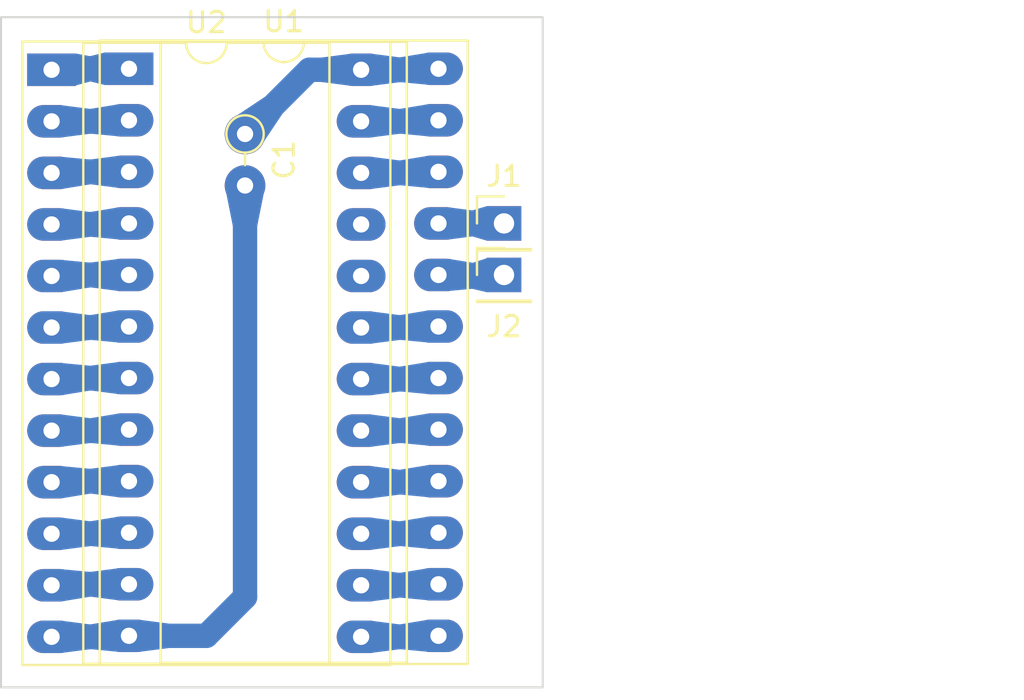
<source format=kicad_pcb>
(kicad_pcb (version 20240108) (generator "pcbnew") (generator_version "8.0")
  (layers (0 "F.Cu" jumper) (31 "B.Cu" signal) (34 "B.Paste" user) (35 "F.Paste" user) (36 "B.SilkS" user "B.Silkscreen") (37 "F.SilkS" user "F.Silkscreen") (38 "B.Mask" user) (39 "F.Mask" user) (44 "Edge.Cuts" user))
  (net 0 "")
  (net 1 "Net-(U1-A7)")
  (net 2 "Net-(U1-A6)")
  (net 3 "Net-(U1-A5)")
  (net 4 "Net-(U1-A4)")
  (net 5 "Net-(U1-A3)")
  (net 6 "Net-(U1-A2)")
  (net 7 "Net-(U1-A1)")
  (net 8 "Net-(U1-A0)")
  (net 9 "Net-(U1-A10)")
  (net 10 "Net-(U1-A9)")
  (net 11 "Net-(U1-A8)")
  (net 12 "VCC")
  (net 13 "GND")
  (net 15 "Net-(U1-A11)")
  (net 16 "Net-(U1-~{G})")
  (net 17 "Net-(U1-Q1)")
  (net 18 "Net-(U1-Q2)")
  (net 19 "Net-(U1-Q5)")
  (net 20 "Net-(U1-Q7)")
  (net 21 "Net-(U1-~{E})")
  (net 22 "Net-(U1-Q0)")
  (net 23 "Net-(U1-Q3)")
  (net 24 "Net-(U1-Q6)")
  (net 26 "Net-(U1-Q4)")
  (footprint "Package_DIP:DIP-24_W15.24mm_Socket_LongPads" (layer "F.Cu") (at 113.98 48.52)
    (property "Reference" "U1" (at 7.62 -2.33 0) (layer "F.SilkS"))
    (property "Value" "2732")
    (fp_line (start -1.44 -1.39) (end -1.44 29.33) (stroke (width 0.12)) (layer "F.SilkS"))
    (fp_line (start -1.44 29.33) (end 16.68 29.33) (stroke (width 0.12)) (layer "F.SilkS"))
    (fp_line (start 1.56 -1.33) (end 1.56 29.27) (stroke (width 0.12)) (layer "F.SilkS"))
    (fp_line (start 1.56 29.27) (end 13.68 29.27) (stroke (width 0.12)) (layer "F.SilkS"))
    (fp_line (start 6.62 -1.33) (end 1.56 -1.33) (stroke (width 0.12)) (layer "F.SilkS"))
    (fp_line (start 13.68 -1.33) (end 8.62 -1.33) (stroke (width 0.12)) (layer "F.SilkS"))
    (fp_line (start 13.68 29.27) (end 13.68 -1.33) (stroke (width 0.12)) (layer "F.SilkS"))
    (fp_line (start 16.68 -1.39) (end -1.44 -1.39) (stroke (width 0.12)) (layer "F.SilkS"))
    (fp_line (start 16.68 29.33) (end 16.68 -1.39) (stroke (width 0.12)) (layer "F.SilkS"))
    (fp_arc (start 8.62 -1.33) (mid 7.62 -0.33) (end 6.62 -1.33) (stroke (width 0.12)) (layer "F.SilkS"))
    (pad "1" thru_hole rect (at 0 0) (size 2.4 1.6) (drill 0.8) (layers "*.Cu" "*.Mask") (net 1 "Net-(U1-A7)"))
    (pad "2" thru_hole oval (at 0 2.54) (size 2.4 1.6) (drill 0.8) (layers "*.Cu" "*.Mask") (net 2 "Net-(U1-A6)"))
    (pad "3" thru_hole oval (at 0 5.08) (size 2.4 1.6) (drill 0.8) (layers "*.Cu" "*.Mask") (net 3 "Net-(U1-A5)"))
    (pad "4" thru_hole oval (at 0 7.62) (size 2.4 1.6) (drill 0.8) (layers "*.Cu" "*.Mask") (net 4 "Net-(U1-A4)"))
    (pad "5" thru_hole oval (at 0 10.16) (size 2.4 1.6) (drill 0.8) (layers "*.Cu" "*.Mask") (net 5 "Net-(U1-A3)"))
    (pad "6" thru_hole oval (at 0 12.7) (size 2.4 1.6) (drill 0.8) (layers "*.Cu" "*.Mask") (net 6 "Net-(U1-A2)"))
    (pad "7" thru_hole oval (at 0 15.24) (size 2.4 1.6) (drill 0.8) (layers "*.Cu" "*.Mask") (net 7 "Net-(U1-A1)"))
    (pad "8" thru_hole oval (at 0 17.78) (size 2.4 1.6) (drill 0.8) (layers "*.Cu" "*.Mask") (net 8 "Net-(U1-A0)"))
    (pad "9" thru_hole oval (at 0 20.32) (size 2.4 1.6) (drill 0.8) (layers "*.Cu" "*.Mask") (net 22 "Net-(U1-Q0)"))
    (pad "10" thru_hole oval (at 0 22.86) (size 2.4 1.6) (drill 0.8) (layers "*.Cu" "*.Mask") (net 17 "Net-(U1-Q1)"))
    (pad "11" thru_hole oval (at 0 25.4) (size 2.4 1.6) (drill 0.8) (layers "*.Cu" "*.Mask") (net 18 "Net-(U1-Q2)"))
    (pad "12" thru_hole oval (at 0 27.94) (size 2.4 1.6) (drill 0.8) (layers "*.Cu" "*.Mask") (net 13 "GND"))
    (pad "13" thru_hole oval (at 15.24 27.94) (size 2.4 1.6) (drill 0.8) (layers "*.Cu" "*.Mask") (net 23 "Net-(U1-Q3)"))
    (pad "14" thru_hole oval (at 15.24 25.4) (size 2.4 1.6) (drill 0.8) (layers "*.Cu" "*.Mask") (net 26 "Net-(U1-Q4)"))
    (pad "15" thru_hole oval (at 15.24 22.86) (size 2.4 1.6) (drill 0.8) (layers "*.Cu" "*.Mask") (net 19 "Net-(U1-Q5)"))
    (pad "16" thru_hole oval (at 15.24 20.32) (size 2.4 1.6) (drill 0.8) (layers "*.Cu" "*.Mask") (net 24 "Net-(U1-Q6)"))
    (pad "17" thru_hole oval (at 15.24 17.78) (size 2.4 1.6) (drill 0.8) (layers "*.Cu" "*.Mask") (net 20 "Net-(U1-Q7)"))
    (pad "18" thru_hole oval (at 15.24 15.24) (size 2.4 1.6) (drill 0.8) (layers "*.Cu" "*.Mask") (net 21 "Net-(U1-~{E})"))
    (pad "19" thru_hole oval (at 15.24 12.7) (size 2.4 1.6) (drill 0.8) (layers "*.Cu" "*.Mask") (net 9 "Net-(U1-A10)"))
    (pad "20" thru_hole oval (at 15.24 10.16) (size 2.4 1.6) (drill 0.8) (layers "*.Cu" "*.Mask") (net 16 "Net-(U1-~{G})"))
    (pad "21" thru_hole oval (at 15.24 7.62) (size 2.4 1.6) (drill 0.8) (layers "*.Cu" "*.Mask") (net 15 "Net-(U1-A11)"))
    (pad "22" thru_hole oval (at 15.24 5.08) (size 2.4 1.6) (drill 0.8) (layers "*.Cu" "*.Mask") (net 10 "Net-(U1-A9)"))
    (pad "23" thru_hole oval (at 15.24 2.54) (size 2.4 1.6) (drill 0.8) (layers "*.Cu" "*.Mask") (net 11 "Net-(U1-A8)"))
    (pad "24" thru_hole oval (at 15.24 0) (size 2.4 1.6) (drill 0.8) (layers "*.Cu" "*.Mask") (net 12 "VCC"))
  )
  (footprint "Package_DIP:DIP-24_W15.24mm_Socket_LongPads" (layer "F.Cu") (at 110.17 48.57)
    (property "Reference" "U2" (at 7.62 -2.33 0) (layer "F.SilkS"))
    (property "Value" "CG_ROM_SOCKET")
    (fp_line (start -1.44 -1.39) (end -1.44 29.33) (stroke (width 0.12)) (layer "F.SilkS"))
    (fp_line (start -1.44 29.33) (end 16.68 29.33) (stroke (width 0.12)) (layer "F.SilkS"))
    (fp_line (start 1.56 -1.33) (end 1.56 29.27) (stroke (width 0.12)) (layer "F.SilkS"))
    (fp_line (start 1.56 29.27) (end 13.68 29.27) (stroke (width 0.12)) (layer "F.SilkS"))
    (fp_line (start 6.62 -1.33) (end 1.56 -1.33) (stroke (width 0.12)) (layer "F.SilkS"))
    (fp_line (start 13.68 -1.33) (end 8.62 -1.33) (stroke (width 0.12)) (layer "F.SilkS"))
    (fp_line (start 13.68 29.27) (end 13.68 -1.33) (stroke (width 0.12)) (layer "F.SilkS"))
    (fp_line (start 16.68 -1.39) (end -1.44 -1.39) (stroke (width 0.12)) (layer "F.SilkS"))
    (fp_line (start 16.68 29.33) (end 16.68 -1.39) (stroke (width 0.12)) (layer "F.SilkS"))
    (fp_arc (start 8.62 -1.33) (mid 7.62 -0.33) (end 6.62 -1.33) (stroke (width 0.12)) (layer "F.SilkS"))
    (pad "1" thru_hole rect (at 0 0) (size 2.4 1.6) (drill 0.8) (layers "*.Cu" "*.Mask") (net 1 "Net-(U1-A7)"))
    (pad "2" thru_hole oval (at 0 2.54) (size 2.4 1.6) (drill 0.8) (layers "*.Cu" "*.Mask") (net 2 "Net-(U1-A6)"))
    (pad "3" thru_hole oval (at 0 5.08) (size 2.4 1.6) (drill 0.8) (layers "*.Cu" "*.Mask") (net 3 "Net-(U1-A5)"))
    (pad "4" thru_hole oval (at 0 7.62) (size 2.4 1.6) (drill 0.8) (layers "*.Cu" "*.Mask") (net 4 "Net-(U1-A4)"))
    (pad "5" thru_hole oval (at 0 10.16) (size 2.4 1.6) (drill 0.8) (layers "*.Cu" "*.Mask") (net 5 "Net-(U1-A3)"))
    (pad "6" thru_hole oval (at 0 12.7) (size 2.4 1.6) (drill 0.8) (layers "*.Cu" "*.Mask") (net 6 "Net-(U1-A2)"))
    (pad "7" thru_hole oval (at 0 15.24) (size 2.4 1.6) (drill 0.8) (layers "*.Cu" "*.Mask") (net 7 "Net-(U1-A1)"))
    (pad "8" thru_hole oval (at 0 17.78) (size 2.4 1.6) (drill 0.8) (layers "*.Cu" "*.Mask") (net 8 "Net-(U1-A0)"))
    (pad "9" thru_hole oval (at 0 20.32) (size 2.4 1.6) (drill 0.8) (layers "*.Cu" "*.Mask") (net 22 "Net-(U1-Q0)"))
    (pad "10" thru_hole oval (at 0 22.86) (size 2.4 1.6) (drill 0.8) (layers "*.Cu" "*.Mask") (net 17 "Net-(U1-Q1)"))
    (pad "11" thru_hole oval (at 0 25.4) (size 2.4 1.6) (drill 0.8) (layers "*.Cu" "*.Mask") (net 18 "Net-(U1-Q2)"))
    (pad "12" thru_hole oval (at 0 27.94) (size 2.4 1.6) (drill 0.8) (layers "*.Cu" "*.Mask") (net 13 "GND"))
    (pad "13" thru_hole oval (at 15.24 27.94) (size 2.4 1.6) (drill 0.8) (layers "*.Cu" "*.Mask") (net 23 "Net-(U1-Q3)"))
    (pad "14" thru_hole oval (at 15.24 25.4) (size 2.4 1.6) (drill 0.8) (layers "*.Cu" "*.Mask") (net 26 "Net-(U1-Q4)"))
    (pad "15" thru_hole oval (at 15.24 22.86) (size 2.4 1.6) (drill 0.8) (layers "*.Cu" "*.Mask") (net 19 "Net-(U1-Q5)"))
    (pad "16" thru_hole oval (at 15.24 20.32) (size 2.4 1.6) (drill 0.8) (layers "*.Cu" "*.Mask") (net 24 "Net-(U1-Q6)"))
    (pad "17" thru_hole oval (at 15.24 17.78) (size 2.4 1.6) (drill 0.8) (layers "*.Cu" "*.Mask") (net 20 "Net-(U1-Q7)"))
    (pad "18" thru_hole oval (at 15.24 15.24) (size 2.4 1.6) (drill 0.8) (layers "*.Cu" "*.Mask") (net 21 "Net-(U1-~{E})"))
    (pad "19" thru_hole oval (at 15.24 12.7) (size 2.4 1.6) (drill 0.8) (layers "*.Cu" "*.Mask") (net 9 "Net-(U1-A10)"))
    (pad "20" thru_hole oval (at 15.24 10.16) (size 2.4 1.6) (drill 0.8) (layers "*.Cu" "*.Mask"))
    (pad "21" thru_hole oval (at 15.24 7.62) (size 2.4 1.6) (drill 0.8) (layers "*.Cu" "*.Mask"))
    (pad "22" thru_hole oval (at 15.24 5.08) (size 2.4 1.6) (drill 0.8) (layers "*.Cu" "*.Mask") (net 10 "Net-(U1-A9)"))
    (pad "23" thru_hole oval (at 15.24 2.54) (size 2.4 1.6) (drill 0.8) (layers "*.Cu" "*.Mask") (net 11 "Net-(U1-A8)"))
    (pad "24" thru_hole oval (at 15.24 0) (size 2.4 1.6) (drill 0.8) (layers "*.Cu" "*.Mask") (net 12 "VCC"))
  )
  (footprint "Connector_PinHeader_2.54mm:PinHeader_1x01_P2.54mm_Vertical" (layer "F.Cu") (at 132.445 56.14)
    (property "Reference" "J1" (at 0 -2.33 0) (layer "F.SilkS"))
    (property "Value" "A11 Select from Colour Board")
    (fp_line (start -1.33 -1.33) (end 0 -1.33) (stroke (width 0.12)) (layer "F.SilkS"))
    (fp_line (start -1.33 0) (end -1.33 -1.33) (stroke (width 0.12)) (layer "F.SilkS"))
    (fp_line (start -1.33 1.27) (end -1.33 1.33) (stroke (width 0.12)) (layer "F.SilkS"))
    (fp_line (start -1.33 1.27) (end 1.33 1.27) (stroke (width 0.12)) (layer "F.SilkS"))
    (fp_line (start -1.33 1.33) (end 1.33 1.33) (stroke (width 0.12)) (layer "F.SilkS"))
    (fp_line (start 1.33 1.27) (end 1.33 1.33) (stroke (width 0.12)) (layer "F.SilkS"))
    (pad "1" thru_hole rect (at 0 0) (size 1.7 1.7) (drill 1) (layers "*.Cu" "*.Mask") (net 15 "Net-(U1-A11)"))
  )
  (footprint "Connector_PinHeader_2.54mm:PinHeader_1x01_P2.54mm_Vertical" (layer "F.Cu") (at 132.445 58.68)
    (property "Reference" "J2" (at 0 2.54 0) (layer "F.SilkS"))
    (property "Value" "~{JP}/EN Select from KBIF")
    (fp_line (start -1.33 -1.33) (end 0 -1.33) (stroke (width 0.12)) (layer "F.SilkS"))
    (fp_line (start -1.33 0) (end -1.33 -1.33) (stroke (width 0.12)) (layer "F.SilkS"))
    (fp_line (start -1.33 1.27) (end -1.33 1.33) (stroke (width 0.12)) (layer "F.SilkS"))
    (fp_line (start -1.33 1.27) (end 1.33 1.27) (stroke (width 0.12)) (layer "F.SilkS"))
    (fp_line (start -1.33 1.33) (end 1.33 1.33) (stroke (width 0.12)) (layer "F.SilkS"))
    (fp_line (start 1.33 1.27) (end 1.33 1.33) (stroke (width 0.12)) (layer "F.SilkS"))
    (pad "1" thru_hole rect (at 0 0) (size 1.7 1.7) (drill 1) (layers "*.Cu" "*.Mask") (net 16 "Net-(U1-~{G})"))
  )
  (footprint "Kao_Library:LargePad_R_Axial_DIN0204_L3.6mm_D1.6mm_P2.54mm_Vertical" (layer "F.Cu") (at 119.695 51.7325 -90)
    (property "Reference" "C1" (at 1.27 -1.92 90) (layer "F.SilkS"))
    (property "Value" "0.1")
    (fp_line (start 0.92 0) (end 1.54 0) (stroke (width 0.12)) (layer "F.SilkS"))
    (fp_circle (center 0 0) (end 0.92 0) (stroke (width 0.12)) (fill none) (layer "F.SilkS"))
    (pad "1" thru_hole circle (at 0 0 270) (size 2 2) (drill 0.8) (layers "*.Cu" "*.Mask") (net 12 "VCC"))
    (pad "2" thru_hole circle (at 2.54 0 270) (size 2 2) (drill 0.8) (layers "*.Cu" "*.Mask") (net 13 "GND"))
  )
  (gr_rect (start 107.68 45.98) (end 134.35 79) (stroke (width 0.1)) (fill none) (layer "Edge.Cuts"))
  (segment (start 113.98 48.52) (end 110.22 48.52) (width 1.2) (layer "B.Cu") (net 1))
  (segment (start 110.17 51.11) (end 113.93 51.11) (width 1.2) (layer "B.Cu") (net 2))
  (segment (start 113.98 53.6) (end 110.22 53.6) (width 1.2) (layer "B.Cu") (net 3))
  (segment (start 110.17 56.19) (end 113.93 56.19) (width 1.2) (layer "B.Cu") (net 4))
  (segment (start 113.98 58.68) (end 110.22 58.68) (width 1.2) (layer "B.Cu") (net 5))
  (segment (start 110.17 61.27) (end 113.93 61.27) (width 1.2) (layer "B.Cu") (net 6))
  (segment (start 113.98 63.76) (end 110.22 63.76) (width 1.2) (layer "B.Cu") (net 7))
  (segment (start 110.17 66.35) (end 113.93 66.35) (width 1.2) (layer "B.Cu") (net 8))
  (segment (start 125.41 61.27) (end 129.17 61.27) (width 1.2) (layer "B.Cu") (net 9))
  (segment (start 125.41 53.65) (end 129.17 53.65) (width 1.2) (layer "B.Cu") (net 10))
  (segment (start 125.41 51.11) (end 129.17 51.11) (width 1.2) (layer "B.Cu") (net 11))
  (segment (start 125.41 48.57) (end 129.17 48.57) (width 1.2) (layer "B.Cu") (net 12))
  (segment (start 125.41 48.57) (end 122.8575 48.57) (width 1.2) (layer "B.Cu") (net 12))
  (segment (start 122.8575 48.57) (end 119.695 51.7325) (width 1.2) (layer "B.Cu") (net 12))
  (segment (start 110.17 76.51) (end 113.93 76.51) (width 1.2) (layer "B.Cu") (net 13))
  (segment (start 119.695 74.555) (end 119.695 54.2725) (width 1.2) (layer "B.Cu") (net 13))
  (segment (start 113.98 76.46) (end 117.79 76.46) (width 1.2) (layer "B.Cu") (net 13))
  (segment (start 117.79 76.46) (end 119.695 74.555) (width 1.2) (layer "B.Cu") (net 13))
  (segment (start 132.395 56.14) (end 129.22 56.14) (width 1.2) (layer "B.Cu") (net 15))
  (segment (start 132.522 58.73) (end 129.27 58.73) (width 1.2) (layer "B.Cu") (net 16))
  (segment (start 110.17 71.43) (end 113.93 71.43) (width 1.2) (layer "B.Cu") (net 17))
  (segment (start 113.98 73.92) (end 110.22 73.92) (width 1.2) (layer "B.Cu") (net 18))
  (segment (start 125.41 71.43) (end 129.17 71.43) (width 1.2) (layer "B.Cu") (net 19))
  (segment (start 125.41 66.35) (end 129.17 66.35) (width 1.2) (layer "B.Cu") (net 20))
  (segment (start 125.41 63.81) (end 129.17 63.81) (width 1.2) (layer "B.Cu") (net 21))
  (segment (start 113.98 68.84) (end 110.22 68.84) (width 1.2) (layer "B.Cu") (net 22))
  (segment (start 125.41 76.51) (end 129.17 76.51) (width 1.2) (layer "B.Cu") (net 23))
  (segment (start 125.41 68.89) (end 129.17 68.89) (width 1.2) (layer "B.Cu") (net 24))
  (segment (start 125.41 73.97) (end 129.17 73.97) (width 1.2) (layer "B.Cu") (net 26))
)
</source>
